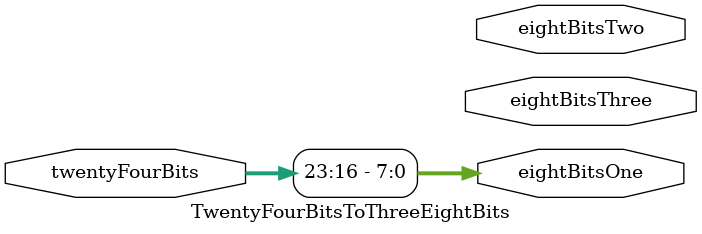
<source format=sv>
module TwentyFourBitsToThreeEightBits (
	    input [23:0] twentyFourBits,
	    output [7:0] eightBitsOne,
	    output [7:0] eightBitsTwo,
	    output [7:0] eightBitsThree
	  );

	  always_comb begin
	    eightBitsOne = twentyFourBits[7:0];
	    eightBitsOne = twentyFourBits[15:8];
	    eightBitsOne = twentyFourBits[23:16];
	  end
endmodule

</source>
